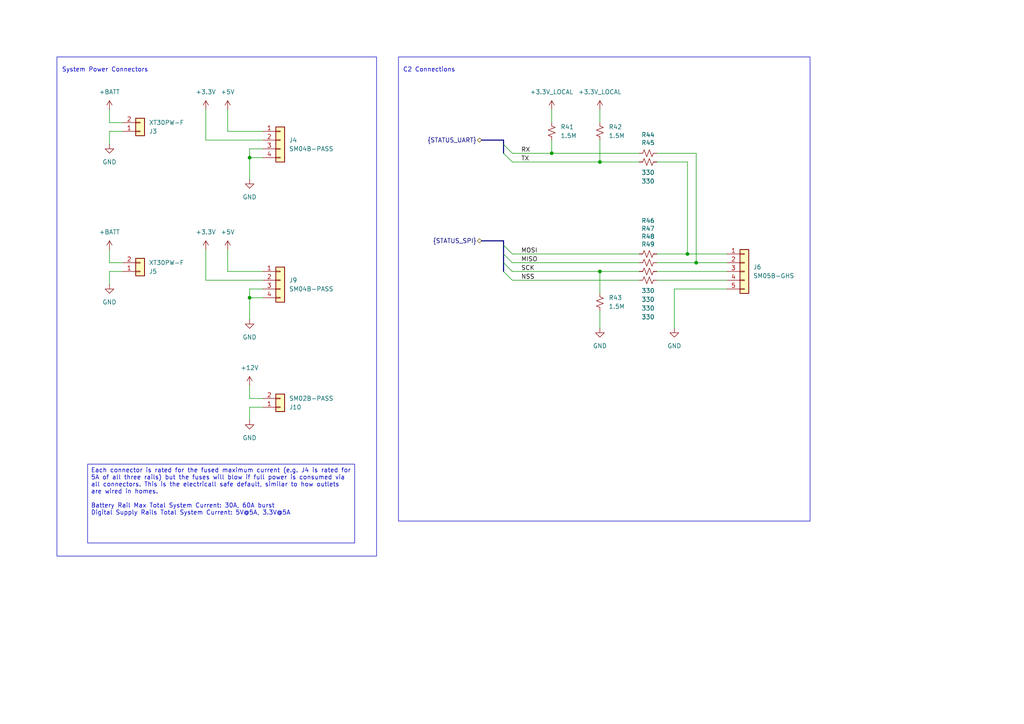
<source format=kicad_sch>
(kicad_sch (version 20231120) (generator "eeschema") (generator_version "8.0")
  (paper "A4")
  (title_block (title "Power Board") (date "2025-01-20") (rev "1.1") (company "SSL A-Team") (comment 1 "Will Stuckey"))
  (lib_symbols
    (symbol "Connector_Generic:Conn_01x02" (pin_names (offset 1.016) hide)
      (property "Reference" "J" (at 0 2.54 0))
      (property "Value" "Conn_01x02" (at 0 -5.08 0))
      (symbol "Conn_01x02_1_1"
        (rectangle (start -1.27 -2.413) (end 0 -2.667) (stroke (width 0.1524)))
        (rectangle (start -1.27 0.127) (end 0 -0.127) (stroke (width 0.1524)))
        (rectangle (start -1.27 1.27) (end 1.27 -3.81) (stroke (width 0.254)) (fill (type background)))
        (pin passive line (at -5.08 0 0) (length 3.81) (name "Pin_1") (number "1"))
        (pin passive line (at -5.08 -2.54 0) (length 3.81) (name "Pin_2") (number "2"))
      )
    )
    (symbol "Connector_Generic:Conn_01x04" (pin_names (offset 1.016) hide)
      (property "Reference" "J" (at 0 5.08 0))
      (property "Value" "Conn_01x04" (at 0 -7.62 0))
      (symbol "Conn_01x04_1_1"
        (rectangle (start -1.27 -4.953) (end 0 -5.207) (stroke (width 0.1524)))
        (rectangle (start -1.27 -2.413) (end 0 -2.667) (stroke (width 0.1524)))
        (rectangle (start -1.27 0.127) (end 0 -0.127) (stroke (width 0.1524)))
        (rectangle (start -1.27 2.667) (end 0 2.413) (stroke (width 0.1524)))
        (rectangle (start -1.27 3.81) (end 1.27 -6.35) (stroke (width 0.254)) (fill (type background)))
        (pin passive line (at -5.08 2.54 0) (length 3.81) (name "Pin_1") (number "1"))
        (pin passive line (at -5.08 0 0) (length 3.81) (name "Pin_2") (number "2"))
        (pin passive line (at -5.08 -2.54 0) (length 3.81) (name "Pin_3") (number "3"))
        (pin passive line (at -5.08 -5.08 0) (length 3.81) (name "Pin_4") (number "4"))
      )
    )
    (symbol "Connector_Generic:Conn_01x05" (pin_names (offset 1.016) hide)
      (property "Reference" "J" (at 0 7.62 0))
      (property "Value" "Conn_01x05" (at 0 -7.62 0))
      (symbol "Conn_01x05_1_1"
        (rectangle (start -1.27 -4.953) (end 0 -5.207) (stroke (width 0.1524)))
        (rectangle (start -1.27 -2.413) (end 0 -2.667) (stroke (width 0.1524)))
        (rectangle (start -1.27 0.127) (end 0 -0.127) (stroke (width 0.1524)))
        (rectangle (start -1.27 2.667) (end 0 2.413) (stroke (width 0.1524)))
        (rectangle (start -1.27 5.207) (end 0 4.953) (stroke (width 0.1524)))
        (rectangle (start -1.27 6.35) (end 1.27 -6.35) (stroke (width 0.254)) (fill (type background)))
        (pin passive line (at -5.08 5.08 0) (length 3.81) (name "Pin_1") (number "1"))
        (pin passive line (at -5.08 2.54 0) (length 3.81) (name "Pin_2") (number "2"))
        (pin passive line (at -5.08 0 0) (length 3.81) (name "Pin_3") (number "3"))
        (pin passive line (at -5.08 -2.54 0) (length 3.81) (name "Pin_4") (number "4"))
        (pin passive line (at -5.08 -5.08 0) (length 3.81) (name "Pin_5") (number "5"))
      )
    )
    (symbol "Device:R_Small_US" (pin_numbers hide) (pin_names (offset 0.254) hide)
      (property "Reference" "R" (at 0.762 0.508 0))
      (property "Value" "R_Small_US" (at 0.762 -1.016 0))
      (symbol "R_Small_US_1_1"
        (polyline (pts (xy 0 0) (xy 1.016 -0.381) (xy 0 -0.762) (xy -1.016 -1.143) (xy 0 -1.524)))
        (polyline (pts (xy 0 1.524) (xy 1.016 1.143) (xy 0 0.762) (xy -1.016 0.381) (xy 0 0)))
        (pin passive line (at 0 2.54 270) (length 1.016) (name "~") (number "1"))
        (pin passive line (at 0 -2.54 90) (length 1.016) (name "~") (number "2"))
      )
    )
    (symbol "GND_1" (power) (pin_numbers hide) (pin_names (offset 0) hide)
      (property "Value" "GND" (at 0 -3.81 0))
      (symbol "GND_1_0_1"
        (polyline (pts (xy 0 0) (xy 0 -1.27) (xy 1.27 -1.27) (xy 0 -2.54) (xy -1.27 -1.27) (xy 0 -1.27)))
      )
      (symbol "GND_1_1_1"
        (pin power_in line (at 0 0 270) (length 0) (name "~") (number "1"))
      )
    )
    (symbol "power:+12V" (power) (pin_numbers hide) (pin_names (offset 0) hide)
      (property "Value" "+12V" (at 0 3.556 0))
      (symbol "+12V_0_1"
        (polyline (pts (xy -0.762 1.27) (xy 0 2.54)))
        (polyline (pts (xy 0 0) (xy 0 2.54)))
        (polyline (pts (xy 0 2.54) (xy 0.762 1.27)))
      )
      (symbol "+12V_1_1"
        (pin power_in line (at 0 0 90) (length 0) (name "~") (number "1"))
      )
    )
    (symbol "power:+3.3V" (power) (pin_numbers hide) (pin_names (offset 0) hide)
      (property "Value" "+3.3V" (at 0 3.556 0))
      (symbol "+3.3V_0_1"
        (polyline (pts (xy -0.762 1.27) (xy 0 2.54)))
        (polyline (pts (xy 0 0) (xy 0 2.54)))
        (polyline (pts (xy 0 2.54) (xy 0.762 1.27)))
      )
      (symbol "+3.3V_1_1"
        (pin power_in line (at 0 0 90) (length 0) (name "~") (number "1"))
      )
    )
    (symbol "power:+5V" (power) (pin_numbers hide) (pin_names (offset 0) hide)
      (property "Value" "+5V" (at 0 3.556 0))
      (symbol "+5V_0_1"
        (polyline (pts (xy -0.762 1.27) (xy 0 2.54)))
        (polyline (pts (xy 0 0) (xy 0 2.54)))
        (polyline (pts (xy 0 2.54) (xy 0.762 1.27)))
      )
      (symbol "+5V_1_1"
        (pin power_in line (at 0 0 90) (length 0) (name "~") (number "1"))
      )
    )
    (symbol "power:+BATT" (power) (pin_numbers hide) (pin_names (offset 0) hide)
      (property "Value" "+BATT" (at 0 3.556 0))
      (symbol "+BATT_0_1"
        (polyline (pts (xy -0.762 1.27) (xy 0 2.54)))
        (polyline (pts (xy 0 0) (xy 0 2.54)))
        (polyline (pts (xy 0 2.54) (xy 0.762 1.27)))
      )
      (symbol "+BATT_1_1"
        (pin power_in line (at 0 0 90) (length 0) (name "~") (number "1"))
      )
    )
  )
  (junction (at 173.99 46.99))
  (junction (at 160.02 44.45))
  (junction (at 72.39 86.36))
  (junction (at 199.39 73.66))
  (junction (at 201.93 76.2))
  (junction (at 72.39 45.72))
  (junction (at 173.99 78.74))
  (bus_entry (at 146.05 78.74) (size 2.54 2.54))
  (bus_entry (at 146.05 71.12) (size 2.54 2.54))
  (bus_entry (at 146.05 41.91) (size 2.54 2.54))
  (bus_entry (at 146.05 73.66) (size 2.54 2.54))
  (bus_entry (at 146.05 76.2) (size 2.54 2.54))
  (bus_entry (at 146.05 44.45) (size 2.54 2.54))
  (wire (pts (xy 66.04 72.39) (xy 66.04 78.74)))
  (wire (pts (xy 201.93 76.2) (xy 210.82 76.2)))
  (wire (pts (xy 148.59 76.2) (xy 185.42 76.2)))
  (wire (pts (xy 173.99 78.74) (xy 173.99 85.09)))
  (wire (pts (xy 201.93 44.45) (xy 201.93 76.2)))
  (bus (pts (xy 146.05 76.2) (xy 146.05 78.74)))
  (wire (pts (xy 72.39 45.72) (xy 72.39 52.07)))
  (wire (pts (xy 199.39 73.66) (xy 210.82 73.66)))
  (wire (pts (xy 190.5 78.74) (xy 210.82 78.74)))
  (wire (pts (xy 148.59 81.28) (xy 185.42 81.28)))
  (wire (pts (xy 160.02 40.64) (xy 160.02 44.45)))
  (wire (pts (xy 72.39 83.82) (xy 76.2 83.82)))
  (wire (pts (xy 59.69 72.39) (xy 59.69 81.28)))
  (wire (pts (xy 72.39 45.72) (xy 76.2 45.72)))
  (bus (pts (xy 139.7 69.85) (xy 146.05 69.85)))
  (wire (pts (xy 31.75 78.74) (xy 35.56 78.74)))
  (wire (pts (xy 190.5 81.28) (xy 210.82 81.28)))
  (wire (pts (xy 148.59 46.99) (xy 173.99 46.99)))
  (wire (pts (xy 173.99 46.99) (xy 185.42 46.99)))
  (wire (pts (xy 148.59 44.45) (xy 160.02 44.45)))
  (wire (pts (xy 72.39 115.57) (xy 76.2 115.57)))
  (wire (pts (xy 148.59 78.74) (xy 173.99 78.74)))
  (wire (pts (xy 59.69 81.28) (xy 76.2 81.28)))
  (wire (pts (xy 59.69 40.64) (xy 76.2 40.64)))
  (wire (pts (xy 72.39 118.11) (xy 76.2 118.11)))
  (wire (pts (xy 31.75 72.39) (xy 31.75 76.2)))
  (wire (pts (xy 190.5 46.99) (xy 199.39 46.99)))
  (wire (pts (xy 31.75 76.2) (xy 35.56 76.2)))
  (bus (pts (xy 146.05 69.85) (xy 146.05 71.12)))
  (wire (pts (xy 148.59 73.66) (xy 185.42 73.66)))
  (wire (pts (xy 66.04 31.75) (xy 66.04 38.1)))
  (bus (pts (xy 146.05 73.66) (xy 146.05 76.2)))
  (wire (pts (xy 72.39 111.76) (xy 72.39 115.57)))
  (wire (pts (xy 72.39 86.36) (xy 76.2 86.36)))
  (wire (pts (xy 190.5 44.45) (xy 201.93 44.45)))
  (wire (pts (xy 31.75 38.1) (xy 35.56 38.1)))
  (wire (pts (xy 195.58 83.82) (xy 195.58 95.25)))
  (wire (pts (xy 72.39 83.82) (xy 72.39 86.36)))
  (wire (pts (xy 31.75 78.74) (xy 31.75 82.55)))
  (wire (pts (xy 31.75 38.1) (xy 31.75 41.91)))
  (bus (pts (xy 146.05 40.64) (xy 146.05 41.91)))
  (wire (pts (xy 72.39 86.36) (xy 72.39 92.71)))
  (wire (pts (xy 31.75 31.75) (xy 31.75 35.56)))
  (wire (pts (xy 72.39 43.18) (xy 76.2 43.18)))
  (bus (pts (xy 146.05 41.91) (xy 146.05 44.45)))
  (wire (pts (xy 66.04 78.74) (xy 76.2 78.74)))
  (wire (pts (xy 59.69 31.75) (xy 59.69 40.64)))
  (wire (pts (xy 190.5 73.66) (xy 199.39 73.66)))
  (wire (pts (xy 160.02 31.75) (xy 160.02 35.56)))
  (wire (pts (xy 173.99 90.17) (xy 173.99 95.25)))
  (wire (pts (xy 31.75 35.56) (xy 35.56 35.56)))
  (bus (pts (xy 139.7 40.64) (xy 146.05 40.64)))
  (wire (pts (xy 173.99 31.75) (xy 173.99 35.56)))
  (wire (pts (xy 160.02 44.45) (xy 185.42 44.45)))
  (wire (pts (xy 66.04 38.1) (xy 76.2 38.1)))
  (wire (pts (xy 72.39 118.11) (xy 72.39 121.92)))
  (wire (pts (xy 190.5 76.2) (xy 201.93 76.2)))
  (wire (pts (xy 195.58 83.82) (xy 210.82 83.82)))
  (bus (pts (xy 146.05 71.12) (xy 146.05 73.66)))
  (wire (pts (xy 173.99 78.74) (xy 185.42 78.74)))
  (wire (pts (xy 173.99 40.64) (xy 173.99 46.99)))
  (wire (pts (xy 199.39 46.99) (xy 199.39 73.66)))
  (wire (pts (xy 72.39 43.18) (xy 72.39 45.72)))
  (rectangle (start 115.57 16.51) (end 234.95 151.13))
  (rectangle (start 16.51 16.51) (end 109.22 161.29))
  (text_box "Each connector is rated for the fused maximum current (e.g. J4 is rated for 5A of all three rails) but the fuses will blow if full power is consumed via all connectors. This is the electricall safe default, similar to how outlets are wired in homes.\n\nBattery Rail Max Total System Current: 30A, 60A burst\nDigital Supply Rails Total System Current: 5V@5A, 3.3V@5A" (at 25.4 134.62 0) (size 77.47 22.86) (effects (font (size 1.27 1.27)) (justify left top)))
  (text "C2 Connections" (at 124.46 20.32 0) (effects (font (size 1.27 1.27))))
  (text "System Power Connectors" (at 30.48 20.32 0) (effects (font (size 1.27 1.27))))
  (label "TX" (at 151.13 46.99 0))
  (label "SCK" (at 151.13 78.74 0))
  (label "NSS" (at 151.13 81.28 0))
  (label "MISO" (at 151.13 76.2 0))
  (label "MOSI" (at 151.13 73.66 0))
  (label "RX" (at 151.13 44.45 0))
  (hierarchical_label "{STATUS_SPI}" (shape bidirectional) (at 139.7 69.85 180))
  (hierarchical_label "{STATUS_UART}" (shape bidirectional) (at 139.7 40.64 180))
  (symbol (lib_id "Connector_Generic:Conn_01x05") (at 215.9 78.74 0) (unit 1)
    (property "Reference" "J6" (at 218.44 77.4699 0) (effects (justify left)))
    (property "Value" "SM05B-GHS" (at 218.44 80.0099 0) (effects (justify left)))
    (property "Footprint" "Connector_JST:JST_GH_SM05B-GHS-TB_1x05-1MP_P1.25mm_Horizontal" (effects (hide yes)))
    (property "Description" "Generic connector, single row, 01x05, script generated (kicad-library-utils/schlib/autogen/connector/)" (effects (hide yes)))
  )
  (symbol (lib_id "Connector_Generic:Conn_01x02") (at 81.28 118.11 0) (mirror x) (unit 1)
    (property "Reference" "J10" (at 83.82 118.1101 0) (effects (justify left)))
    (property "Value" "SM02B-PASS" (at 83.82 115.5701 0) (effects (justify left)))
    (property "Footprint" "AT-Connectors:JST_PA_SM02B-PASS_1x02_P2.00mm_Horizontal" (effects (hide yes)))
    (property "Description" "Generic connector, single row, 01x02, script generated (kicad-library-utils/schlib/autogen/connector/)" (effects (hide yes)))
  )
  (symbol (lib_id "Device:R_Small_US") (at 173.99 87.63 0) (unit 1)
    (property "Reference" "R43" (at 176.53 86.3599 0) (effects (justify left)))
    (property "Value" "1.5M" (at 176.53 88.8999 0) (effects (justify left)))
    (property "Footprint" "Resistor_SMD:R_0402_1005Metric" (effects (hide yes)))
    (property "Description" "Resistor, small US symbol" (effects (hide yes)))
  )
  (symbol (lib_name "GND_1") (lib_id "power:GND") (at 31.75 41.91 0) (unit 1)
    (property "Reference" "#PWR095" (effects (hide yes)))
    (property "Value" "GND" (at 31.75 46.99 0))
    (property "Description" "Power symbol creates a global label with name \"GND\" , ground" (effects (hide yes)))
  )
  (symbol (lib_id "power:+5V") (at 66.04 31.75 0) (unit 1)
    (property "Reference" "#PWR098" (effects (hide yes)))
    (property "Value" "+5V" (at 66.04 26.67 0))
    (property "Description" "Power symbol creates a global label with name \"+5V\"" (effects (hide yes)))
  )
  (symbol (lib_id "power:+3.3V") (at 59.69 72.39 0) (unit 1)
    (property "Reference" "#PWR0138" (effects (hide yes)))
    (property "Value" "+3.3V" (at 59.69 67.31 0))
    (property "Description" "Power symbol creates a global label with name \"+3.3V\"" (effects (hide yes)))
  )
  (symbol (lib_id "Connector_Generic:Conn_01x02") (at 40.64 78.74 0) (mirror x) (unit 1)
    (property "Reference" "J5" (at 43.18 78.7401 0) (effects (justify left)))
    (property "Value" "XT30PW-F" (at 43.18 76.2001 0) (effects (justify left)))
    (property "Footprint" "Connector_AMASS:AMASS_XT30PW-F_1x02_P2.50mm_Horizontal" (effects (hide yes)))
    (property "Description" "Generic connector, single row, 01x02, script generated (kicad-library-utils/schlib/autogen/connector/)" (effects (hide yes)))
  )
  (symbol (lib_id "Device:R_Small_US") (at 160.02 38.1 0) (unit 1)
    (property "Reference" "R41" (at 162.56 36.8299 0) (effects (justify left)))
    (property "Value" "1.5M" (at 162.56 39.3699 0) (effects (justify left)))
    (property "Footprint" "Resistor_SMD:R_0402_1005Metric" (effects (hide yes)))
    (property "Description" "Resistor, small US symbol" (effects (hide yes)))
  )
  (symbol (lib_id "power:+12V") (at 72.39 111.76 0) (unit 1)
    (property "Reference" "#PWR0142" (effects (hide yes)))
    (property "Value" "+12V" (at 72.39 106.68 0))
    (property "Description" "Power symbol creates a global label with name \"+12V\"" (effects (hide yes)))
  )
  (symbol (lib_id "Device:R_Small_US") (at 173.99 38.1 0) (unit 1)
    (property "Reference" "R42" (at 176.53 36.8299 0) (effects (justify left)))
    (property "Value" "1.5M" (at 176.53 39.3699 0) (effects (justify left)))
    (property "Footprint" "Resistor_SMD:R_0402_1005Metric" (effects (hide yes)))
    (property "Description" "Resistor, small US symbol" (effects (hide yes)))
  )
  (symbol (lib_id "Device:R_Small_US") (at 187.96 44.45 90) (unit 1)
    (property "Reference" "R44" (at 187.96 39.116 90))
    (property "Value" "330" (at 187.96 50.038 90))
    (property "Footprint" "Resistor_SMD:R_0402_1005Metric" (effects (hide yes)))
    (property "Description" "Resistor, small US symbol" (effects (hide yes)))
  )
  (symbol (lib_id "power:+BATT") (at 31.75 72.39 0) (unit 1)
    (property "Reference" "#PWR0128" (effects (hide yes)))
    (property "Value" "+BATT" (at 31.75 67.31 0))
    (property "Description" "Power symbol creates a global label with name \"+BATT\"" (effects (hide yes)))
  )
  (symbol (lib_id "power:+3.3V") (at 173.99 31.75 0) (unit 1)
    (property "Reference" "#PWR0105" (effects (hide yes)))
    (property "Value" "+3.3V_LOCAL" (at 173.99 26.67 0))
    (property "Description" "Power symbol creates a global label with name \"+3.3V\"" (effects (hide yes)))
  )
  (symbol (lib_name "GND_1") (lib_id "power:GND") (at 31.75 82.55 0) (unit 1)
    (property "Reference" "#PWR0140" (effects (hide yes)))
    (property "Value" "GND" (at 31.75 87.63 0))
    (property "Description" "Power symbol creates a global label with name \"GND\" , ground" (effects (hide yes)))
  )
  (symbol (lib_name "GND_1") (lib_id "power:GND") (at 72.39 121.92 0) (unit 1)
    (property "Reference" "#PWR0143" (effects (hide yes)))
    (property "Value" "GND" (at 72.39 127 0))
    (property "Description" "Power symbol creates a global label with name \"GND\" , ground" (effects (hide yes)))
  )
  (symbol (lib_id "Connector_Generic:Conn_01x04") (at 81.28 40.64 0) (unit 1)
    (property "Reference" "J4" (at 83.82 40.6399 0) (effects (justify left)))
    (property "Value" "SM04B-PASS" (at 83.82 43.1799 0) (effects (justify left)))
    (property "Footprint" "AT-Connectors:JST_PA_S04B-PASS_1x04_P2.00mm_Horizontal" (effects (hide yes)))
    (property "Description" "Generic connector, single row, 01x04, script generated (kicad-library-utils/schlib/autogen/connector/)" (effects (hide yes)))
  )
  (symbol (lib_name "GND_1") (lib_id "power:GND") (at 173.99 95.25 0) (unit 1)
    (property "Reference" "#PWR0106" (effects (hide yes)))
    (property "Value" "GND" (at 173.99 100.33 0))
    (property "Description" "Power symbol creates a global label with name \"GND\" , ground" (effects (hide yes)))
  )
  (symbol (lib_name "GND_1") (lib_id "power:GND") (at 72.39 52.07 0) (unit 1)
    (property "Reference" "#PWR0101" (effects (hide yes)))
    (property "Value" "GND" (at 72.39 57.15 0))
    (property "Description" "Power symbol creates a global label with name \"GND\" , ground" (effects (hide yes)))
  )
  (symbol (lib_id "Device:R_Small_US") (at 187.96 46.99 90) (unit 1)
    (property "Reference" "R45" (at 187.96 41.402 90))
    (property "Value" "330" (at 187.96 52.578 90))
    (property "Footprint" "Resistor_SMD:R_0402_1005Metric" (effects (hide yes)))
    (property "Description" "Resistor, small US symbol" (effects (hide yes)))
  )
  (symbol (lib_name "GND_1") (lib_id "power:GND") (at 72.39 92.71 0) (unit 1)
    (property "Reference" "#PWR0141" (effects (hide yes)))
    (property "Value" "GND" (at 72.39 97.79 0))
    (property "Description" "Power symbol creates a global label with name \"GND\" , ground" (effects (hide yes)))
  )
  (symbol (lib_id "power:+5V") (at 66.04 72.39 0) (unit 1)
    (property "Reference" "#PWR0139" (effects (hide yes)))
    (property "Value" "+5V" (at 66.04 67.31 0))
    (property "Description" "Power symbol creates a global label with name \"+5V\"" (effects (hide yes)))
  )
  (symbol (lib_id "power:+3.3V") (at 59.69 31.75 0) (unit 1)
    (property "Reference" "#PWR096" (effects (hide yes)))
    (property "Value" "+3.3V" (at 59.69 26.67 0))
    (property "Description" "Power symbol creates a global label with name \"+3.3V\"" (effects (hide yes)))
  )
  (symbol (lib_id "Connector_Generic:Conn_01x02") (at 40.64 38.1 0) (mirror x) (unit 1)
    (property "Reference" "J3" (at 43.18 38.1001 0) (effects (justify left)))
    (property "Value" "XT30PW-F" (at 43.18 35.5601 0) (effects (justify left)))
    (property "Footprint" "Connector_AMASS:AMASS_XT30PW-F_1x02_P2.50mm_Horizontal" (effects (hide yes)))
    (property "Description" "Generic connector, single row, 01x02, script generated (kicad-library-utils/schlib/autogen/connector/)" (effects (hide yes)))
  )
  (symbol (lib_id "Connector_Generic:Conn_01x04") (at 81.28 81.28 0) (unit 1)
    (property "Reference" "J9" (at 83.82 81.2799 0) (effects (justify left)))
    (property "Value" "SM04B-PASS" (at 83.82 83.8199 0) (effects (justify left)))
    (property "Footprint" "AT-Connectors:JST_PA_SM04B-PASS_1x04_P2.00mm_Horizontal" (effects (hide yes)))
    (property "Description" "Generic connector, single row, 01x04, script generated (kicad-library-utils/schlib/autogen/connector/)" (effects (hide yes)))
  )
  (symbol (lib_name "GND_1") (lib_id "power:GND") (at 195.58 95.25 0) (unit 1)
    (property "Reference" "#PWR0107" (effects (hide yes)))
    (property "Value" "GND" (at 195.58 100.33 0))
    (property "Description" "Power symbol creates a global label with name \"GND\" , ground" (effects (hide yes)))
  )
  (symbol (lib_id "Device:R_Small_US") (at 187.96 76.2 90) (unit 1)
    (property "Reference" "R47" (at 187.96 66.294 90))
    (property "Value" "330" (at 187.96 86.868 90))
    (property "Footprint" "Resistor_SMD:R_0402_1005Metric" (effects (hide yes)))
    (property "Description" "Resistor, small US symbol" (effects (hide yes)))
  )
  (symbol (lib_id "power:+3.3V") (at 160.02 31.75 0) (unit 1)
    (property "Reference" "#PWR0104" (effects (hide yes)))
    (property "Value" "+3.3V_LOCAL" (at 160.02 26.67 0))
    (property "Description" "Power symbol creates a global label with name \"+3.3V\"" (effects (hide yes)))
  )
  (symbol (lib_id "Device:R_Small_US") (at 187.96 78.74 90) (unit 1)
    (property "Reference" "R48" (at 187.96 68.58 90))
    (property "Value" "330" (at 187.96 89.408 90))
    (property "Footprint" "Resistor_SMD:R_0402_1005Metric" (effects (hide yes)))
    (property "Description" "Resistor, small US symbol" (effects (hide yes)))
  )
  (symbol (lib_id "power:+BATT") (at 31.75 31.75 0) (unit 1)
    (property "Reference" "#PWR094" (effects (hide yes)))
    (property "Value" "+BATT" (at 31.75 26.67 0))
    (property "Description" "Power symbol creates a global label with name \"+BATT\"" (effects (hide yes)))
  )
  (symbol (lib_id "Device:R_Small_US") (at 187.96 73.66 90) (unit 1)
    (property "Reference" "R46" (at 187.96 64.008 90))
    (property "Value" "330" (at 187.96 84.328 90))
    (property "Footprint" "Resistor_SMD:R_0402_1005Metric" (effects (hide yes)))
    (property "Description" "Resistor, small US symbol" (effects (hide yes)))
  )
  (symbol (lib_id "Device:R_Small_US") (at 187.96 81.28 90) (unit 1)
    (property "Reference" "R49" (at 187.96 70.866 90))
    (property "Value" "330" (at 187.96 91.948 90))
    (property "Footprint" "Resistor_SMD:R_0402_1005Metric" (effects (hide yes)))
    (property "Description" "Resistor, small US symbol" (effects (hide yes)))
  )
)
</source>
